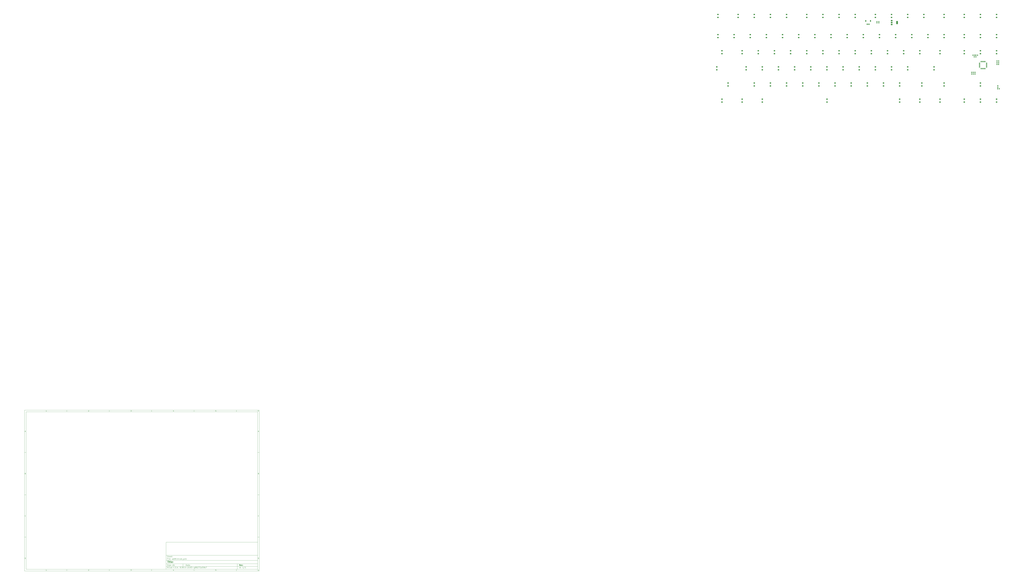
<source format=gbr>
%TF.GenerationSoftware,KiCad,Pcbnew,8.99.0-2193-g88272a59b7*%
%TF.CreationDate,2024-09-27T03:09:18+07:00*%
%TF.ProjectId,qk80,716b3830-2e6b-4696-9361-645f70636258,rev?*%
%TF.SameCoordinates,Original*%
%TF.FileFunction,Paste,Bot*%
%TF.FilePolarity,Positive*%
%FSLAX46Y46*%
G04 Gerber Fmt 4.6, Leading zero omitted, Abs format (unit mm)*
G04 Created by KiCad (PCBNEW 8.99.0-2193-g88272a59b7) date 2024-09-27 03:09:18*
%MOMM*%
%LPD*%
G01*
G04 APERTURE LIST*
G04 Aperture macros list*
%AMRoundRect*
0 Rectangle with rounded corners*
0 $1 Rounding radius*
0 $2 $3 $4 $5 $6 $7 $8 $9 X,Y pos of 4 corners*
0 Add a 4 corners polygon primitive as box body*
4,1,4,$2,$3,$4,$5,$6,$7,$8,$9,$2,$3,0*
0 Add four circle primitives for the rounded corners*
1,1,$1+$1,$2,$3*
1,1,$1+$1,$4,$5*
1,1,$1+$1,$6,$7*
1,1,$1+$1,$8,$9*
0 Add four rect primitives between the rounded corners*
20,1,$1+$1,$2,$3,$4,$5,0*
20,1,$1+$1,$4,$5,$6,$7,0*
20,1,$1+$1,$6,$7,$8,$9,0*
20,1,$1+$1,$8,$9,$2,$3,0*%
G04 Aperture macros list end*
%ADD10C,0.100000*%
%ADD11C,0.150000*%
%ADD12C,0.300000*%
%ADD13C,0.400000*%
%ADD14RoundRect,0.250000X0.600000X-0.400000X0.600000X0.400000X-0.600000X0.400000X-0.600000X-0.400000X0*%
%ADD15RoundRect,0.150000X-0.512500X-0.150000X0.512500X-0.150000X0.512500X0.150000X-0.512500X0.150000X0*%
%ADD16RoundRect,0.150000X-0.150000X-0.625000X0.150000X-0.625000X0.150000X0.625000X-0.150000X0.625000X0*%
%ADD17RoundRect,0.250000X-0.350000X-0.650000X0.350000X-0.650000X0.350000X0.650000X-0.350000X0.650000X0*%
%ADD18RoundRect,0.250000X0.250000X0.475000X-0.250000X0.475000X-0.250000X-0.475000X0.250000X-0.475000X0*%
%ADD19RoundRect,0.375000X-0.625000X-0.375000X0.625000X-0.375000X0.625000X0.375000X-0.625000X0.375000X0*%
%ADD20RoundRect,0.500000X-0.500000X-1.400000X0.500000X-1.400000X0.500000X1.400000X-0.500000X1.400000X0*%
%ADD21RoundRect,0.250000X-0.450000X0.262500X-0.450000X-0.262500X0.450000X-0.262500X0.450000X0.262500X0*%
%ADD22RoundRect,0.250000X0.475000X-0.250000X0.475000X0.250000X-0.475000X0.250000X-0.475000X-0.250000X0*%
%ADD23RoundRect,0.075000X0.662500X0.075000X-0.662500X0.075000X-0.662500X-0.075000X0.662500X-0.075000X0*%
%ADD24RoundRect,0.075000X0.075000X0.662500X-0.075000X0.662500X-0.075000X-0.662500X0.075000X-0.662500X0*%
%ADD25RoundRect,0.250000X-0.250000X-0.475000X0.250000X-0.475000X0.250000X0.475000X-0.250000X0.475000X0*%
G04 APERTURE END LIST*
D10*
D11*
X177002200Y-166007200D02*
X285002200Y-166007200D01*
X285002200Y-198007200D01*
X177002200Y-198007200D01*
X177002200Y-166007200D01*
D10*
D11*
X10000000Y-10000000D02*
X287002200Y-10000000D01*
X287002200Y-200007200D01*
X10000000Y-200007200D01*
X10000000Y-10000000D01*
D10*
D11*
X12000000Y-12000000D02*
X285002200Y-12000000D01*
X285002200Y-198007200D01*
X12000000Y-198007200D01*
X12000000Y-12000000D01*
D10*
D11*
X60000000Y-12000000D02*
X60000000Y-10000000D01*
D10*
D11*
X110000000Y-12000000D02*
X110000000Y-10000000D01*
D10*
D11*
X160000000Y-12000000D02*
X160000000Y-10000000D01*
D10*
D11*
X210000000Y-12000000D02*
X210000000Y-10000000D01*
D10*
D11*
X260000000Y-12000000D02*
X260000000Y-10000000D01*
D10*
D11*
X36089160Y-11593604D02*
X35346303Y-11593604D01*
X35717731Y-11593604D02*
X35717731Y-10293604D01*
X35717731Y-10293604D02*
X35593922Y-10479319D01*
X35593922Y-10479319D02*
X35470112Y-10603128D01*
X35470112Y-10603128D02*
X35346303Y-10665033D01*
D10*
D11*
X85346303Y-10417414D02*
X85408207Y-10355509D01*
X85408207Y-10355509D02*
X85532017Y-10293604D01*
X85532017Y-10293604D02*
X85841541Y-10293604D01*
X85841541Y-10293604D02*
X85965350Y-10355509D01*
X85965350Y-10355509D02*
X86027255Y-10417414D01*
X86027255Y-10417414D02*
X86089160Y-10541223D01*
X86089160Y-10541223D02*
X86089160Y-10665033D01*
X86089160Y-10665033D02*
X86027255Y-10850747D01*
X86027255Y-10850747D02*
X85284398Y-11593604D01*
X85284398Y-11593604D02*
X86089160Y-11593604D01*
D10*
D11*
X135284398Y-10293604D02*
X136089160Y-10293604D01*
X136089160Y-10293604D02*
X135655826Y-10788842D01*
X135655826Y-10788842D02*
X135841541Y-10788842D01*
X135841541Y-10788842D02*
X135965350Y-10850747D01*
X135965350Y-10850747D02*
X136027255Y-10912652D01*
X136027255Y-10912652D02*
X136089160Y-11036461D01*
X136089160Y-11036461D02*
X136089160Y-11345985D01*
X136089160Y-11345985D02*
X136027255Y-11469795D01*
X136027255Y-11469795D02*
X135965350Y-11531700D01*
X135965350Y-11531700D02*
X135841541Y-11593604D01*
X135841541Y-11593604D02*
X135470112Y-11593604D01*
X135470112Y-11593604D02*
X135346303Y-11531700D01*
X135346303Y-11531700D02*
X135284398Y-11469795D01*
D10*
D11*
X185965350Y-10726938D02*
X185965350Y-11593604D01*
X185655826Y-10231700D02*
X185346303Y-11160271D01*
X185346303Y-11160271D02*
X186151064Y-11160271D01*
D10*
D11*
X236027255Y-10293604D02*
X235408207Y-10293604D01*
X235408207Y-10293604D02*
X235346303Y-10912652D01*
X235346303Y-10912652D02*
X235408207Y-10850747D01*
X235408207Y-10850747D02*
X235532017Y-10788842D01*
X235532017Y-10788842D02*
X235841541Y-10788842D01*
X235841541Y-10788842D02*
X235965350Y-10850747D01*
X235965350Y-10850747D02*
X236027255Y-10912652D01*
X236027255Y-10912652D02*
X236089160Y-11036461D01*
X236089160Y-11036461D02*
X236089160Y-11345985D01*
X236089160Y-11345985D02*
X236027255Y-11469795D01*
X236027255Y-11469795D02*
X235965350Y-11531700D01*
X235965350Y-11531700D02*
X235841541Y-11593604D01*
X235841541Y-11593604D02*
X235532017Y-11593604D01*
X235532017Y-11593604D02*
X235408207Y-11531700D01*
X235408207Y-11531700D02*
X235346303Y-11469795D01*
D10*
D11*
X285965350Y-10293604D02*
X285717731Y-10293604D01*
X285717731Y-10293604D02*
X285593922Y-10355509D01*
X285593922Y-10355509D02*
X285532017Y-10417414D01*
X285532017Y-10417414D02*
X285408207Y-10603128D01*
X285408207Y-10603128D02*
X285346303Y-10850747D01*
X285346303Y-10850747D02*
X285346303Y-11345985D01*
X285346303Y-11345985D02*
X285408207Y-11469795D01*
X285408207Y-11469795D02*
X285470112Y-11531700D01*
X285470112Y-11531700D02*
X285593922Y-11593604D01*
X285593922Y-11593604D02*
X285841541Y-11593604D01*
X285841541Y-11593604D02*
X285965350Y-11531700D01*
X285965350Y-11531700D02*
X286027255Y-11469795D01*
X286027255Y-11469795D02*
X286089160Y-11345985D01*
X286089160Y-11345985D02*
X286089160Y-11036461D01*
X286089160Y-11036461D02*
X286027255Y-10912652D01*
X286027255Y-10912652D02*
X285965350Y-10850747D01*
X285965350Y-10850747D02*
X285841541Y-10788842D01*
X285841541Y-10788842D02*
X285593922Y-10788842D01*
X285593922Y-10788842D02*
X285470112Y-10850747D01*
X285470112Y-10850747D02*
X285408207Y-10912652D01*
X285408207Y-10912652D02*
X285346303Y-11036461D01*
D10*
D11*
X60000000Y-198007200D02*
X60000000Y-200007200D01*
D10*
D11*
X110000000Y-198007200D02*
X110000000Y-200007200D01*
D10*
D11*
X160000000Y-198007200D02*
X160000000Y-200007200D01*
D10*
D11*
X210000000Y-198007200D02*
X210000000Y-200007200D01*
D10*
D11*
X260000000Y-198007200D02*
X260000000Y-200007200D01*
D10*
D11*
X36089160Y-199600804D02*
X35346303Y-199600804D01*
X35717731Y-199600804D02*
X35717731Y-198300804D01*
X35717731Y-198300804D02*
X35593922Y-198486519D01*
X35593922Y-198486519D02*
X35470112Y-198610328D01*
X35470112Y-198610328D02*
X35346303Y-198672233D01*
D10*
D11*
X85346303Y-198424614D02*
X85408207Y-198362709D01*
X85408207Y-198362709D02*
X85532017Y-198300804D01*
X85532017Y-198300804D02*
X85841541Y-198300804D01*
X85841541Y-198300804D02*
X85965350Y-198362709D01*
X85965350Y-198362709D02*
X86027255Y-198424614D01*
X86027255Y-198424614D02*
X86089160Y-198548423D01*
X86089160Y-198548423D02*
X86089160Y-198672233D01*
X86089160Y-198672233D02*
X86027255Y-198857947D01*
X86027255Y-198857947D02*
X85284398Y-199600804D01*
X85284398Y-199600804D02*
X86089160Y-199600804D01*
D10*
D11*
X135284398Y-198300804D02*
X136089160Y-198300804D01*
X136089160Y-198300804D02*
X135655826Y-198796042D01*
X135655826Y-198796042D02*
X135841541Y-198796042D01*
X135841541Y-198796042D02*
X135965350Y-198857947D01*
X135965350Y-198857947D02*
X136027255Y-198919852D01*
X136027255Y-198919852D02*
X136089160Y-199043661D01*
X136089160Y-199043661D02*
X136089160Y-199353185D01*
X136089160Y-199353185D02*
X136027255Y-199476995D01*
X136027255Y-199476995D02*
X135965350Y-199538900D01*
X135965350Y-199538900D02*
X135841541Y-199600804D01*
X135841541Y-199600804D02*
X135470112Y-199600804D01*
X135470112Y-199600804D02*
X135346303Y-199538900D01*
X135346303Y-199538900D02*
X135284398Y-199476995D01*
D10*
D11*
X185965350Y-198734138D02*
X185965350Y-199600804D01*
X185655826Y-198238900D02*
X185346303Y-199167471D01*
X185346303Y-199167471D02*
X186151064Y-199167471D01*
D10*
D11*
X236027255Y-198300804D02*
X235408207Y-198300804D01*
X235408207Y-198300804D02*
X235346303Y-198919852D01*
X235346303Y-198919852D02*
X235408207Y-198857947D01*
X235408207Y-198857947D02*
X235532017Y-198796042D01*
X235532017Y-198796042D02*
X235841541Y-198796042D01*
X235841541Y-198796042D02*
X235965350Y-198857947D01*
X235965350Y-198857947D02*
X236027255Y-198919852D01*
X236027255Y-198919852D02*
X236089160Y-199043661D01*
X236089160Y-199043661D02*
X236089160Y-199353185D01*
X236089160Y-199353185D02*
X236027255Y-199476995D01*
X236027255Y-199476995D02*
X235965350Y-199538900D01*
X235965350Y-199538900D02*
X235841541Y-199600804D01*
X235841541Y-199600804D02*
X235532017Y-199600804D01*
X235532017Y-199600804D02*
X235408207Y-199538900D01*
X235408207Y-199538900D02*
X235346303Y-199476995D01*
D10*
D11*
X285965350Y-198300804D02*
X285717731Y-198300804D01*
X285717731Y-198300804D02*
X285593922Y-198362709D01*
X285593922Y-198362709D02*
X285532017Y-198424614D01*
X285532017Y-198424614D02*
X285408207Y-198610328D01*
X285408207Y-198610328D02*
X285346303Y-198857947D01*
X285346303Y-198857947D02*
X285346303Y-199353185D01*
X285346303Y-199353185D02*
X285408207Y-199476995D01*
X285408207Y-199476995D02*
X285470112Y-199538900D01*
X285470112Y-199538900D02*
X285593922Y-199600804D01*
X285593922Y-199600804D02*
X285841541Y-199600804D01*
X285841541Y-199600804D02*
X285965350Y-199538900D01*
X285965350Y-199538900D02*
X286027255Y-199476995D01*
X286027255Y-199476995D02*
X286089160Y-199353185D01*
X286089160Y-199353185D02*
X286089160Y-199043661D01*
X286089160Y-199043661D02*
X286027255Y-198919852D01*
X286027255Y-198919852D02*
X285965350Y-198857947D01*
X285965350Y-198857947D02*
X285841541Y-198796042D01*
X285841541Y-198796042D02*
X285593922Y-198796042D01*
X285593922Y-198796042D02*
X285470112Y-198857947D01*
X285470112Y-198857947D02*
X285408207Y-198919852D01*
X285408207Y-198919852D02*
X285346303Y-199043661D01*
D10*
D11*
X10000000Y-60000000D02*
X12000000Y-60000000D01*
D10*
D11*
X10000000Y-110000000D02*
X12000000Y-110000000D01*
D10*
D11*
X10000000Y-160000000D02*
X12000000Y-160000000D01*
D10*
D11*
X10690476Y-35222176D02*
X11309523Y-35222176D01*
X10566666Y-35593604D02*
X10999999Y-34293604D01*
X10999999Y-34293604D02*
X11433333Y-35593604D01*
D10*
D11*
X11092857Y-84912652D02*
X11278571Y-84974557D01*
X11278571Y-84974557D02*
X11340476Y-85036461D01*
X11340476Y-85036461D02*
X11402380Y-85160271D01*
X11402380Y-85160271D02*
X11402380Y-85345985D01*
X11402380Y-85345985D02*
X11340476Y-85469795D01*
X11340476Y-85469795D02*
X11278571Y-85531700D01*
X11278571Y-85531700D02*
X11154761Y-85593604D01*
X11154761Y-85593604D02*
X10659523Y-85593604D01*
X10659523Y-85593604D02*
X10659523Y-84293604D01*
X10659523Y-84293604D02*
X11092857Y-84293604D01*
X11092857Y-84293604D02*
X11216666Y-84355509D01*
X11216666Y-84355509D02*
X11278571Y-84417414D01*
X11278571Y-84417414D02*
X11340476Y-84541223D01*
X11340476Y-84541223D02*
X11340476Y-84665033D01*
X11340476Y-84665033D02*
X11278571Y-84788842D01*
X11278571Y-84788842D02*
X11216666Y-84850747D01*
X11216666Y-84850747D02*
X11092857Y-84912652D01*
X11092857Y-84912652D02*
X10659523Y-84912652D01*
D10*
D11*
X11402380Y-135469795D02*
X11340476Y-135531700D01*
X11340476Y-135531700D02*
X11154761Y-135593604D01*
X11154761Y-135593604D02*
X11030952Y-135593604D01*
X11030952Y-135593604D02*
X10845238Y-135531700D01*
X10845238Y-135531700D02*
X10721428Y-135407890D01*
X10721428Y-135407890D02*
X10659523Y-135284080D01*
X10659523Y-135284080D02*
X10597619Y-135036461D01*
X10597619Y-135036461D02*
X10597619Y-134850747D01*
X10597619Y-134850747D02*
X10659523Y-134603128D01*
X10659523Y-134603128D02*
X10721428Y-134479319D01*
X10721428Y-134479319D02*
X10845238Y-134355509D01*
X10845238Y-134355509D02*
X11030952Y-134293604D01*
X11030952Y-134293604D02*
X11154761Y-134293604D01*
X11154761Y-134293604D02*
X11340476Y-134355509D01*
X11340476Y-134355509D02*
X11402380Y-134417414D01*
D10*
D11*
X10659523Y-185593604D02*
X10659523Y-184293604D01*
X10659523Y-184293604D02*
X10969047Y-184293604D01*
X10969047Y-184293604D02*
X11154761Y-184355509D01*
X11154761Y-184355509D02*
X11278571Y-184479319D01*
X11278571Y-184479319D02*
X11340476Y-184603128D01*
X11340476Y-184603128D02*
X11402380Y-184850747D01*
X11402380Y-184850747D02*
X11402380Y-185036461D01*
X11402380Y-185036461D02*
X11340476Y-185284080D01*
X11340476Y-185284080D02*
X11278571Y-185407890D01*
X11278571Y-185407890D02*
X11154761Y-185531700D01*
X11154761Y-185531700D02*
X10969047Y-185593604D01*
X10969047Y-185593604D02*
X10659523Y-185593604D01*
D10*
D11*
X287002200Y-60000000D02*
X285002200Y-60000000D01*
D10*
D11*
X287002200Y-110000000D02*
X285002200Y-110000000D01*
D10*
D11*
X287002200Y-160000000D02*
X285002200Y-160000000D01*
D10*
D11*
X285692676Y-35222176D02*
X286311723Y-35222176D01*
X285568866Y-35593604D02*
X286002199Y-34293604D01*
X286002199Y-34293604D02*
X286435533Y-35593604D01*
D10*
D11*
X286095057Y-84912652D02*
X286280771Y-84974557D01*
X286280771Y-84974557D02*
X286342676Y-85036461D01*
X286342676Y-85036461D02*
X286404580Y-85160271D01*
X286404580Y-85160271D02*
X286404580Y-85345985D01*
X286404580Y-85345985D02*
X286342676Y-85469795D01*
X286342676Y-85469795D02*
X286280771Y-85531700D01*
X286280771Y-85531700D02*
X286156961Y-85593604D01*
X286156961Y-85593604D02*
X285661723Y-85593604D01*
X285661723Y-85593604D02*
X285661723Y-84293604D01*
X285661723Y-84293604D02*
X286095057Y-84293604D01*
X286095057Y-84293604D02*
X286218866Y-84355509D01*
X286218866Y-84355509D02*
X286280771Y-84417414D01*
X286280771Y-84417414D02*
X286342676Y-84541223D01*
X286342676Y-84541223D02*
X286342676Y-84665033D01*
X286342676Y-84665033D02*
X286280771Y-84788842D01*
X286280771Y-84788842D02*
X286218866Y-84850747D01*
X286218866Y-84850747D02*
X286095057Y-84912652D01*
X286095057Y-84912652D02*
X285661723Y-84912652D01*
D10*
D11*
X286404580Y-135469795D02*
X286342676Y-135531700D01*
X286342676Y-135531700D02*
X286156961Y-135593604D01*
X286156961Y-135593604D02*
X286033152Y-135593604D01*
X286033152Y-135593604D02*
X285847438Y-135531700D01*
X285847438Y-135531700D02*
X285723628Y-135407890D01*
X285723628Y-135407890D02*
X285661723Y-135284080D01*
X285661723Y-135284080D02*
X285599819Y-135036461D01*
X285599819Y-135036461D02*
X285599819Y-134850747D01*
X285599819Y-134850747D02*
X285661723Y-134603128D01*
X285661723Y-134603128D02*
X285723628Y-134479319D01*
X285723628Y-134479319D02*
X285847438Y-134355509D01*
X285847438Y-134355509D02*
X286033152Y-134293604D01*
X286033152Y-134293604D02*
X286156961Y-134293604D01*
X286156961Y-134293604D02*
X286342676Y-134355509D01*
X286342676Y-134355509D02*
X286404580Y-134417414D01*
D10*
D11*
X285661723Y-185593604D02*
X285661723Y-184293604D01*
X285661723Y-184293604D02*
X285971247Y-184293604D01*
X285971247Y-184293604D02*
X286156961Y-184355509D01*
X286156961Y-184355509D02*
X286280771Y-184479319D01*
X286280771Y-184479319D02*
X286342676Y-184603128D01*
X286342676Y-184603128D02*
X286404580Y-184850747D01*
X286404580Y-184850747D02*
X286404580Y-185036461D01*
X286404580Y-185036461D02*
X286342676Y-185284080D01*
X286342676Y-185284080D02*
X286280771Y-185407890D01*
X286280771Y-185407890D02*
X286156961Y-185531700D01*
X286156961Y-185531700D02*
X285971247Y-185593604D01*
X285971247Y-185593604D02*
X285661723Y-185593604D01*
D10*
D11*
X200458026Y-193793328D02*
X200458026Y-192293328D01*
X200458026Y-192293328D02*
X200815169Y-192293328D01*
X200815169Y-192293328D02*
X201029455Y-192364757D01*
X201029455Y-192364757D02*
X201172312Y-192507614D01*
X201172312Y-192507614D02*
X201243741Y-192650471D01*
X201243741Y-192650471D02*
X201315169Y-192936185D01*
X201315169Y-192936185D02*
X201315169Y-193150471D01*
X201315169Y-193150471D02*
X201243741Y-193436185D01*
X201243741Y-193436185D02*
X201172312Y-193579042D01*
X201172312Y-193579042D02*
X201029455Y-193721900D01*
X201029455Y-193721900D02*
X200815169Y-193793328D01*
X200815169Y-193793328D02*
X200458026Y-193793328D01*
X202600884Y-193793328D02*
X202600884Y-193007614D01*
X202600884Y-193007614D02*
X202529455Y-192864757D01*
X202529455Y-192864757D02*
X202386598Y-192793328D01*
X202386598Y-192793328D02*
X202100884Y-192793328D01*
X202100884Y-192793328D02*
X201958026Y-192864757D01*
X202600884Y-193721900D02*
X202458026Y-193793328D01*
X202458026Y-193793328D02*
X202100884Y-193793328D01*
X202100884Y-193793328D02*
X201958026Y-193721900D01*
X201958026Y-193721900D02*
X201886598Y-193579042D01*
X201886598Y-193579042D02*
X201886598Y-193436185D01*
X201886598Y-193436185D02*
X201958026Y-193293328D01*
X201958026Y-193293328D02*
X202100884Y-193221900D01*
X202100884Y-193221900D02*
X202458026Y-193221900D01*
X202458026Y-193221900D02*
X202600884Y-193150471D01*
X203100884Y-192793328D02*
X203672312Y-192793328D01*
X203315169Y-192293328D02*
X203315169Y-193579042D01*
X203315169Y-193579042D02*
X203386598Y-193721900D01*
X203386598Y-193721900D02*
X203529455Y-193793328D01*
X203529455Y-193793328D02*
X203672312Y-193793328D01*
X204743741Y-193721900D02*
X204600884Y-193793328D01*
X204600884Y-193793328D02*
X204315170Y-193793328D01*
X204315170Y-193793328D02*
X204172312Y-193721900D01*
X204172312Y-193721900D02*
X204100884Y-193579042D01*
X204100884Y-193579042D02*
X204100884Y-193007614D01*
X204100884Y-193007614D02*
X204172312Y-192864757D01*
X204172312Y-192864757D02*
X204315170Y-192793328D01*
X204315170Y-192793328D02*
X204600884Y-192793328D01*
X204600884Y-192793328D02*
X204743741Y-192864757D01*
X204743741Y-192864757D02*
X204815170Y-193007614D01*
X204815170Y-193007614D02*
X204815170Y-193150471D01*
X204815170Y-193150471D02*
X204100884Y-193293328D01*
X205458026Y-193650471D02*
X205529455Y-193721900D01*
X205529455Y-193721900D02*
X205458026Y-193793328D01*
X205458026Y-193793328D02*
X205386598Y-193721900D01*
X205386598Y-193721900D02*
X205458026Y-193650471D01*
X205458026Y-193650471D02*
X205458026Y-193793328D01*
X205458026Y-192864757D02*
X205529455Y-192936185D01*
X205529455Y-192936185D02*
X205458026Y-193007614D01*
X205458026Y-193007614D02*
X205386598Y-192936185D01*
X205386598Y-192936185D02*
X205458026Y-192864757D01*
X205458026Y-192864757D02*
X205458026Y-193007614D01*
D10*
D11*
X177002200Y-194507200D02*
X285002200Y-194507200D01*
D10*
D11*
X178458026Y-196593328D02*
X178458026Y-195093328D01*
X179315169Y-196593328D02*
X178672312Y-195736185D01*
X179315169Y-195093328D02*
X178458026Y-195950471D01*
X179958026Y-196593328D02*
X179958026Y-195593328D01*
X179958026Y-195093328D02*
X179886598Y-195164757D01*
X179886598Y-195164757D02*
X179958026Y-195236185D01*
X179958026Y-195236185D02*
X180029455Y-195164757D01*
X180029455Y-195164757D02*
X179958026Y-195093328D01*
X179958026Y-195093328D02*
X179958026Y-195236185D01*
X181529455Y-196450471D02*
X181458027Y-196521900D01*
X181458027Y-196521900D02*
X181243741Y-196593328D01*
X181243741Y-196593328D02*
X181100884Y-196593328D01*
X181100884Y-196593328D02*
X180886598Y-196521900D01*
X180886598Y-196521900D02*
X180743741Y-196379042D01*
X180743741Y-196379042D02*
X180672312Y-196236185D01*
X180672312Y-196236185D02*
X180600884Y-195950471D01*
X180600884Y-195950471D02*
X180600884Y-195736185D01*
X180600884Y-195736185D02*
X180672312Y-195450471D01*
X180672312Y-195450471D02*
X180743741Y-195307614D01*
X180743741Y-195307614D02*
X180886598Y-195164757D01*
X180886598Y-195164757D02*
X181100884Y-195093328D01*
X181100884Y-195093328D02*
X181243741Y-195093328D01*
X181243741Y-195093328D02*
X181458027Y-195164757D01*
X181458027Y-195164757D02*
X181529455Y-195236185D01*
X182815170Y-196593328D02*
X182815170Y-195807614D01*
X182815170Y-195807614D02*
X182743741Y-195664757D01*
X182743741Y-195664757D02*
X182600884Y-195593328D01*
X182600884Y-195593328D02*
X182315170Y-195593328D01*
X182315170Y-195593328D02*
X182172312Y-195664757D01*
X182815170Y-196521900D02*
X182672312Y-196593328D01*
X182672312Y-196593328D02*
X182315170Y-196593328D01*
X182315170Y-196593328D02*
X182172312Y-196521900D01*
X182172312Y-196521900D02*
X182100884Y-196379042D01*
X182100884Y-196379042D02*
X182100884Y-196236185D01*
X182100884Y-196236185D02*
X182172312Y-196093328D01*
X182172312Y-196093328D02*
X182315170Y-196021900D01*
X182315170Y-196021900D02*
X182672312Y-196021900D01*
X182672312Y-196021900D02*
X182815170Y-195950471D01*
X184172313Y-196593328D02*
X184172313Y-195093328D01*
X184172313Y-196521900D02*
X184029455Y-196593328D01*
X184029455Y-196593328D02*
X183743741Y-196593328D01*
X183743741Y-196593328D02*
X183600884Y-196521900D01*
X183600884Y-196521900D02*
X183529455Y-196450471D01*
X183529455Y-196450471D02*
X183458027Y-196307614D01*
X183458027Y-196307614D02*
X183458027Y-195879042D01*
X183458027Y-195879042D02*
X183529455Y-195736185D01*
X183529455Y-195736185D02*
X183600884Y-195664757D01*
X183600884Y-195664757D02*
X183743741Y-195593328D01*
X183743741Y-195593328D02*
X184029455Y-195593328D01*
X184029455Y-195593328D02*
X184172313Y-195664757D01*
X186029455Y-195807614D02*
X186529455Y-195807614D01*
X186743741Y-196593328D02*
X186029455Y-196593328D01*
X186029455Y-196593328D02*
X186029455Y-195093328D01*
X186029455Y-195093328D02*
X186743741Y-195093328D01*
X187386598Y-196450471D02*
X187458027Y-196521900D01*
X187458027Y-196521900D02*
X187386598Y-196593328D01*
X187386598Y-196593328D02*
X187315170Y-196521900D01*
X187315170Y-196521900D02*
X187386598Y-196450471D01*
X187386598Y-196450471D02*
X187386598Y-196593328D01*
X188100884Y-196593328D02*
X188100884Y-195093328D01*
X188100884Y-195093328D02*
X188458027Y-195093328D01*
X188458027Y-195093328D02*
X188672313Y-195164757D01*
X188672313Y-195164757D02*
X188815170Y-195307614D01*
X188815170Y-195307614D02*
X188886599Y-195450471D01*
X188886599Y-195450471D02*
X188958027Y-195736185D01*
X188958027Y-195736185D02*
X188958027Y-195950471D01*
X188958027Y-195950471D02*
X188886599Y-196236185D01*
X188886599Y-196236185D02*
X188815170Y-196379042D01*
X188815170Y-196379042D02*
X188672313Y-196521900D01*
X188672313Y-196521900D02*
X188458027Y-196593328D01*
X188458027Y-196593328D02*
X188100884Y-196593328D01*
X189600884Y-196450471D02*
X189672313Y-196521900D01*
X189672313Y-196521900D02*
X189600884Y-196593328D01*
X189600884Y-196593328D02*
X189529456Y-196521900D01*
X189529456Y-196521900D02*
X189600884Y-196450471D01*
X189600884Y-196450471D02*
X189600884Y-196593328D01*
X190243742Y-196164757D02*
X190958028Y-196164757D01*
X190100885Y-196593328D02*
X190600885Y-195093328D01*
X190600885Y-195093328D02*
X191100885Y-196593328D01*
X191600884Y-196450471D02*
X191672313Y-196521900D01*
X191672313Y-196521900D02*
X191600884Y-196593328D01*
X191600884Y-196593328D02*
X191529456Y-196521900D01*
X191529456Y-196521900D02*
X191600884Y-196450471D01*
X191600884Y-196450471D02*
X191600884Y-196593328D01*
X193672313Y-195736185D02*
X193529456Y-195664757D01*
X193529456Y-195664757D02*
X193458027Y-195593328D01*
X193458027Y-195593328D02*
X193386599Y-195450471D01*
X193386599Y-195450471D02*
X193386599Y-195379042D01*
X193386599Y-195379042D02*
X193458027Y-195236185D01*
X193458027Y-195236185D02*
X193529456Y-195164757D01*
X193529456Y-195164757D02*
X193672313Y-195093328D01*
X193672313Y-195093328D02*
X193958027Y-195093328D01*
X193958027Y-195093328D02*
X194100885Y-195164757D01*
X194100885Y-195164757D02*
X194172313Y-195236185D01*
X194172313Y-195236185D02*
X194243742Y-195379042D01*
X194243742Y-195379042D02*
X194243742Y-195450471D01*
X194243742Y-195450471D02*
X194172313Y-195593328D01*
X194172313Y-195593328D02*
X194100885Y-195664757D01*
X194100885Y-195664757D02*
X193958027Y-195736185D01*
X193958027Y-195736185D02*
X193672313Y-195736185D01*
X193672313Y-195736185D02*
X193529456Y-195807614D01*
X193529456Y-195807614D02*
X193458027Y-195879042D01*
X193458027Y-195879042D02*
X193386599Y-196021900D01*
X193386599Y-196021900D02*
X193386599Y-196307614D01*
X193386599Y-196307614D02*
X193458027Y-196450471D01*
X193458027Y-196450471D02*
X193529456Y-196521900D01*
X193529456Y-196521900D02*
X193672313Y-196593328D01*
X193672313Y-196593328D02*
X193958027Y-196593328D01*
X193958027Y-196593328D02*
X194100885Y-196521900D01*
X194100885Y-196521900D02*
X194172313Y-196450471D01*
X194172313Y-196450471D02*
X194243742Y-196307614D01*
X194243742Y-196307614D02*
X194243742Y-196021900D01*
X194243742Y-196021900D02*
X194172313Y-195879042D01*
X194172313Y-195879042D02*
X194100885Y-195807614D01*
X194100885Y-195807614D02*
X193958027Y-195736185D01*
X194886598Y-196450471D02*
X194958027Y-196521900D01*
X194958027Y-196521900D02*
X194886598Y-196593328D01*
X194886598Y-196593328D02*
X194815170Y-196521900D01*
X194815170Y-196521900D02*
X194886598Y-196450471D01*
X194886598Y-196450471D02*
X194886598Y-196593328D01*
X195672313Y-196593328D02*
X195958027Y-196593328D01*
X195958027Y-196593328D02*
X196100884Y-196521900D01*
X196100884Y-196521900D02*
X196172313Y-196450471D01*
X196172313Y-196450471D02*
X196315170Y-196236185D01*
X196315170Y-196236185D02*
X196386599Y-195950471D01*
X196386599Y-195950471D02*
X196386599Y-195379042D01*
X196386599Y-195379042D02*
X196315170Y-195236185D01*
X196315170Y-195236185D02*
X196243742Y-195164757D01*
X196243742Y-195164757D02*
X196100884Y-195093328D01*
X196100884Y-195093328D02*
X195815170Y-195093328D01*
X195815170Y-195093328D02*
X195672313Y-195164757D01*
X195672313Y-195164757D02*
X195600884Y-195236185D01*
X195600884Y-195236185D02*
X195529456Y-195379042D01*
X195529456Y-195379042D02*
X195529456Y-195736185D01*
X195529456Y-195736185D02*
X195600884Y-195879042D01*
X195600884Y-195879042D02*
X195672313Y-195950471D01*
X195672313Y-195950471D02*
X195815170Y-196021900D01*
X195815170Y-196021900D02*
X196100884Y-196021900D01*
X196100884Y-196021900D02*
X196243742Y-195950471D01*
X196243742Y-195950471D02*
X196315170Y-195879042D01*
X196315170Y-195879042D02*
X196386599Y-195736185D01*
X197100884Y-196593328D02*
X197386598Y-196593328D01*
X197386598Y-196593328D02*
X197529455Y-196521900D01*
X197529455Y-196521900D02*
X197600884Y-196450471D01*
X197600884Y-196450471D02*
X197743741Y-196236185D01*
X197743741Y-196236185D02*
X197815170Y-195950471D01*
X197815170Y-195950471D02*
X197815170Y-195379042D01*
X197815170Y-195379042D02*
X197743741Y-195236185D01*
X197743741Y-195236185D02*
X197672313Y-195164757D01*
X197672313Y-195164757D02*
X197529455Y-195093328D01*
X197529455Y-195093328D02*
X197243741Y-195093328D01*
X197243741Y-195093328D02*
X197100884Y-195164757D01*
X197100884Y-195164757D02*
X197029455Y-195236185D01*
X197029455Y-195236185D02*
X196958027Y-195379042D01*
X196958027Y-195379042D02*
X196958027Y-195736185D01*
X196958027Y-195736185D02*
X197029455Y-195879042D01*
X197029455Y-195879042D02*
X197100884Y-195950471D01*
X197100884Y-195950471D02*
X197243741Y-196021900D01*
X197243741Y-196021900D02*
X197529455Y-196021900D01*
X197529455Y-196021900D02*
X197672313Y-195950471D01*
X197672313Y-195950471D02*
X197743741Y-195879042D01*
X197743741Y-195879042D02*
X197815170Y-195736185D01*
X198458026Y-196450471D02*
X198529455Y-196521900D01*
X198529455Y-196521900D02*
X198458026Y-196593328D01*
X198458026Y-196593328D02*
X198386598Y-196521900D01*
X198386598Y-196521900D02*
X198458026Y-196450471D01*
X198458026Y-196450471D02*
X198458026Y-196593328D01*
X199458027Y-195093328D02*
X199600884Y-195093328D01*
X199600884Y-195093328D02*
X199743741Y-195164757D01*
X199743741Y-195164757D02*
X199815170Y-195236185D01*
X199815170Y-195236185D02*
X199886598Y-195379042D01*
X199886598Y-195379042D02*
X199958027Y-195664757D01*
X199958027Y-195664757D02*
X199958027Y-196021900D01*
X199958027Y-196021900D02*
X199886598Y-196307614D01*
X199886598Y-196307614D02*
X199815170Y-196450471D01*
X199815170Y-196450471D02*
X199743741Y-196521900D01*
X199743741Y-196521900D02*
X199600884Y-196593328D01*
X199600884Y-196593328D02*
X199458027Y-196593328D01*
X199458027Y-196593328D02*
X199315170Y-196521900D01*
X199315170Y-196521900D02*
X199243741Y-196450471D01*
X199243741Y-196450471D02*
X199172312Y-196307614D01*
X199172312Y-196307614D02*
X199100884Y-196021900D01*
X199100884Y-196021900D02*
X199100884Y-195664757D01*
X199100884Y-195664757D02*
X199172312Y-195379042D01*
X199172312Y-195379042D02*
X199243741Y-195236185D01*
X199243741Y-195236185D02*
X199315170Y-195164757D01*
X199315170Y-195164757D02*
X199458027Y-195093328D01*
X200600883Y-196021900D02*
X201743741Y-196021900D01*
X202386598Y-195236185D02*
X202458026Y-195164757D01*
X202458026Y-195164757D02*
X202600884Y-195093328D01*
X202600884Y-195093328D02*
X202958026Y-195093328D01*
X202958026Y-195093328D02*
X203100884Y-195164757D01*
X203100884Y-195164757D02*
X203172312Y-195236185D01*
X203172312Y-195236185D02*
X203243741Y-195379042D01*
X203243741Y-195379042D02*
X203243741Y-195521900D01*
X203243741Y-195521900D02*
X203172312Y-195736185D01*
X203172312Y-195736185D02*
X202315169Y-196593328D01*
X202315169Y-196593328D02*
X203243741Y-196593328D01*
X204672312Y-196593328D02*
X203815169Y-196593328D01*
X204243740Y-196593328D02*
X204243740Y-195093328D01*
X204243740Y-195093328D02*
X204100883Y-195307614D01*
X204100883Y-195307614D02*
X203958026Y-195450471D01*
X203958026Y-195450471D02*
X203815169Y-195521900D01*
X205386597Y-196593328D02*
X205672311Y-196593328D01*
X205672311Y-196593328D02*
X205815168Y-196521900D01*
X205815168Y-196521900D02*
X205886597Y-196450471D01*
X205886597Y-196450471D02*
X206029454Y-196236185D01*
X206029454Y-196236185D02*
X206100883Y-195950471D01*
X206100883Y-195950471D02*
X206100883Y-195379042D01*
X206100883Y-195379042D02*
X206029454Y-195236185D01*
X206029454Y-195236185D02*
X205958026Y-195164757D01*
X205958026Y-195164757D02*
X205815168Y-195093328D01*
X205815168Y-195093328D02*
X205529454Y-195093328D01*
X205529454Y-195093328D02*
X205386597Y-195164757D01*
X205386597Y-195164757D02*
X205315168Y-195236185D01*
X205315168Y-195236185D02*
X205243740Y-195379042D01*
X205243740Y-195379042D02*
X205243740Y-195736185D01*
X205243740Y-195736185D02*
X205315168Y-195879042D01*
X205315168Y-195879042D02*
X205386597Y-195950471D01*
X205386597Y-195950471D02*
X205529454Y-196021900D01*
X205529454Y-196021900D02*
X205815168Y-196021900D01*
X205815168Y-196021900D02*
X205958026Y-195950471D01*
X205958026Y-195950471D02*
X206029454Y-195879042D01*
X206029454Y-195879042D02*
X206100883Y-195736185D01*
X206600882Y-195093328D02*
X207529454Y-195093328D01*
X207529454Y-195093328D02*
X207029454Y-195664757D01*
X207029454Y-195664757D02*
X207243739Y-195664757D01*
X207243739Y-195664757D02*
X207386597Y-195736185D01*
X207386597Y-195736185D02*
X207458025Y-195807614D01*
X207458025Y-195807614D02*
X207529454Y-195950471D01*
X207529454Y-195950471D02*
X207529454Y-196307614D01*
X207529454Y-196307614D02*
X207458025Y-196450471D01*
X207458025Y-196450471D02*
X207386597Y-196521900D01*
X207386597Y-196521900D02*
X207243739Y-196593328D01*
X207243739Y-196593328D02*
X206815168Y-196593328D01*
X206815168Y-196593328D02*
X206672311Y-196521900D01*
X206672311Y-196521900D02*
X206600882Y-196450471D01*
X208172310Y-196021900D02*
X209315168Y-196021900D01*
X210672311Y-195593328D02*
X210672311Y-196807614D01*
X210672311Y-196807614D02*
X210600882Y-196950471D01*
X210600882Y-196950471D02*
X210529453Y-197021900D01*
X210529453Y-197021900D02*
X210386596Y-197093328D01*
X210386596Y-197093328D02*
X210172311Y-197093328D01*
X210172311Y-197093328D02*
X210029453Y-197021900D01*
X210672311Y-196521900D02*
X210529453Y-196593328D01*
X210529453Y-196593328D02*
X210243739Y-196593328D01*
X210243739Y-196593328D02*
X210100882Y-196521900D01*
X210100882Y-196521900D02*
X210029453Y-196450471D01*
X210029453Y-196450471D02*
X209958025Y-196307614D01*
X209958025Y-196307614D02*
X209958025Y-195879042D01*
X209958025Y-195879042D02*
X210029453Y-195736185D01*
X210029453Y-195736185D02*
X210100882Y-195664757D01*
X210100882Y-195664757D02*
X210243739Y-195593328D01*
X210243739Y-195593328D02*
X210529453Y-195593328D01*
X210529453Y-195593328D02*
X210672311Y-195664757D01*
X211600882Y-195736185D02*
X211458025Y-195664757D01*
X211458025Y-195664757D02*
X211386596Y-195593328D01*
X211386596Y-195593328D02*
X211315168Y-195450471D01*
X211315168Y-195450471D02*
X211315168Y-195379042D01*
X211315168Y-195379042D02*
X211386596Y-195236185D01*
X211386596Y-195236185D02*
X211458025Y-195164757D01*
X211458025Y-195164757D02*
X211600882Y-195093328D01*
X211600882Y-195093328D02*
X211886596Y-195093328D01*
X211886596Y-195093328D02*
X212029454Y-195164757D01*
X212029454Y-195164757D02*
X212100882Y-195236185D01*
X212100882Y-195236185D02*
X212172311Y-195379042D01*
X212172311Y-195379042D02*
X212172311Y-195450471D01*
X212172311Y-195450471D02*
X212100882Y-195593328D01*
X212100882Y-195593328D02*
X212029454Y-195664757D01*
X212029454Y-195664757D02*
X211886596Y-195736185D01*
X211886596Y-195736185D02*
X211600882Y-195736185D01*
X211600882Y-195736185D02*
X211458025Y-195807614D01*
X211458025Y-195807614D02*
X211386596Y-195879042D01*
X211386596Y-195879042D02*
X211315168Y-196021900D01*
X211315168Y-196021900D02*
X211315168Y-196307614D01*
X211315168Y-196307614D02*
X211386596Y-196450471D01*
X211386596Y-196450471D02*
X211458025Y-196521900D01*
X211458025Y-196521900D02*
X211600882Y-196593328D01*
X211600882Y-196593328D02*
X211886596Y-196593328D01*
X211886596Y-196593328D02*
X212029454Y-196521900D01*
X212029454Y-196521900D02*
X212100882Y-196450471D01*
X212100882Y-196450471D02*
X212172311Y-196307614D01*
X212172311Y-196307614D02*
X212172311Y-196021900D01*
X212172311Y-196021900D02*
X212100882Y-195879042D01*
X212100882Y-195879042D02*
X212029454Y-195807614D01*
X212029454Y-195807614D02*
X211886596Y-195736185D01*
X213029453Y-195736185D02*
X212886596Y-195664757D01*
X212886596Y-195664757D02*
X212815167Y-195593328D01*
X212815167Y-195593328D02*
X212743739Y-195450471D01*
X212743739Y-195450471D02*
X212743739Y-195379042D01*
X212743739Y-195379042D02*
X212815167Y-195236185D01*
X212815167Y-195236185D02*
X212886596Y-195164757D01*
X212886596Y-195164757D02*
X213029453Y-195093328D01*
X213029453Y-195093328D02*
X213315167Y-195093328D01*
X213315167Y-195093328D02*
X213458025Y-195164757D01*
X213458025Y-195164757D02*
X213529453Y-195236185D01*
X213529453Y-195236185D02*
X213600882Y-195379042D01*
X213600882Y-195379042D02*
X213600882Y-195450471D01*
X213600882Y-195450471D02*
X213529453Y-195593328D01*
X213529453Y-195593328D02*
X213458025Y-195664757D01*
X213458025Y-195664757D02*
X213315167Y-195736185D01*
X213315167Y-195736185D02*
X213029453Y-195736185D01*
X213029453Y-195736185D02*
X212886596Y-195807614D01*
X212886596Y-195807614D02*
X212815167Y-195879042D01*
X212815167Y-195879042D02*
X212743739Y-196021900D01*
X212743739Y-196021900D02*
X212743739Y-196307614D01*
X212743739Y-196307614D02*
X212815167Y-196450471D01*
X212815167Y-196450471D02*
X212886596Y-196521900D01*
X212886596Y-196521900D02*
X213029453Y-196593328D01*
X213029453Y-196593328D02*
X213315167Y-196593328D01*
X213315167Y-196593328D02*
X213458025Y-196521900D01*
X213458025Y-196521900D02*
X213529453Y-196450471D01*
X213529453Y-196450471D02*
X213600882Y-196307614D01*
X213600882Y-196307614D02*
X213600882Y-196021900D01*
X213600882Y-196021900D02*
X213529453Y-195879042D01*
X213529453Y-195879042D02*
X213458025Y-195807614D01*
X213458025Y-195807614D02*
X213315167Y-195736185D01*
X214172310Y-195236185D02*
X214243738Y-195164757D01*
X214243738Y-195164757D02*
X214386596Y-195093328D01*
X214386596Y-195093328D02*
X214743738Y-195093328D01*
X214743738Y-195093328D02*
X214886596Y-195164757D01*
X214886596Y-195164757D02*
X214958024Y-195236185D01*
X214958024Y-195236185D02*
X215029453Y-195379042D01*
X215029453Y-195379042D02*
X215029453Y-195521900D01*
X215029453Y-195521900D02*
X214958024Y-195736185D01*
X214958024Y-195736185D02*
X214100881Y-196593328D01*
X214100881Y-196593328D02*
X215029453Y-196593328D01*
X215529452Y-195093328D02*
X216529452Y-195093328D01*
X216529452Y-195093328D02*
X215886595Y-196593328D01*
X217029452Y-195236185D02*
X217100880Y-195164757D01*
X217100880Y-195164757D02*
X217243738Y-195093328D01*
X217243738Y-195093328D02*
X217600880Y-195093328D01*
X217600880Y-195093328D02*
X217743738Y-195164757D01*
X217743738Y-195164757D02*
X217815166Y-195236185D01*
X217815166Y-195236185D02*
X217886595Y-195379042D01*
X217886595Y-195379042D02*
X217886595Y-195521900D01*
X217886595Y-195521900D02*
X217815166Y-195736185D01*
X217815166Y-195736185D02*
X216958023Y-196593328D01*
X216958023Y-196593328D02*
X217886595Y-196593328D01*
X219172309Y-196593328D02*
X219172309Y-195807614D01*
X219172309Y-195807614D02*
X219100880Y-195664757D01*
X219100880Y-195664757D02*
X218958023Y-195593328D01*
X218958023Y-195593328D02*
X218672309Y-195593328D01*
X218672309Y-195593328D02*
X218529451Y-195664757D01*
X219172309Y-196521900D02*
X219029451Y-196593328D01*
X219029451Y-196593328D02*
X218672309Y-196593328D01*
X218672309Y-196593328D02*
X218529451Y-196521900D01*
X218529451Y-196521900D02*
X218458023Y-196379042D01*
X218458023Y-196379042D02*
X218458023Y-196236185D01*
X218458023Y-196236185D02*
X218529451Y-196093328D01*
X218529451Y-196093328D02*
X218672309Y-196021900D01*
X218672309Y-196021900D02*
X219029451Y-196021900D01*
X219029451Y-196021900D02*
X219172309Y-195950471D01*
X220600880Y-195093328D02*
X219886594Y-195093328D01*
X219886594Y-195093328D02*
X219815166Y-195807614D01*
X219815166Y-195807614D02*
X219886594Y-195736185D01*
X219886594Y-195736185D02*
X220029452Y-195664757D01*
X220029452Y-195664757D02*
X220386594Y-195664757D01*
X220386594Y-195664757D02*
X220529452Y-195736185D01*
X220529452Y-195736185D02*
X220600880Y-195807614D01*
X220600880Y-195807614D02*
X220672309Y-195950471D01*
X220672309Y-195950471D02*
X220672309Y-196307614D01*
X220672309Y-196307614D02*
X220600880Y-196450471D01*
X220600880Y-196450471D02*
X220529452Y-196521900D01*
X220529452Y-196521900D02*
X220386594Y-196593328D01*
X220386594Y-196593328D02*
X220029452Y-196593328D01*
X220029452Y-196593328D02*
X219886594Y-196521900D01*
X219886594Y-196521900D02*
X219815166Y-196450471D01*
X221386594Y-196593328D02*
X221672308Y-196593328D01*
X221672308Y-196593328D02*
X221815165Y-196521900D01*
X221815165Y-196521900D02*
X221886594Y-196450471D01*
X221886594Y-196450471D02*
X222029451Y-196236185D01*
X222029451Y-196236185D02*
X222100880Y-195950471D01*
X222100880Y-195950471D02*
X222100880Y-195379042D01*
X222100880Y-195379042D02*
X222029451Y-195236185D01*
X222029451Y-195236185D02*
X221958023Y-195164757D01*
X221958023Y-195164757D02*
X221815165Y-195093328D01*
X221815165Y-195093328D02*
X221529451Y-195093328D01*
X221529451Y-195093328D02*
X221386594Y-195164757D01*
X221386594Y-195164757D02*
X221315165Y-195236185D01*
X221315165Y-195236185D02*
X221243737Y-195379042D01*
X221243737Y-195379042D02*
X221243737Y-195736185D01*
X221243737Y-195736185D02*
X221315165Y-195879042D01*
X221315165Y-195879042D02*
X221386594Y-195950471D01*
X221386594Y-195950471D02*
X221529451Y-196021900D01*
X221529451Y-196021900D02*
X221815165Y-196021900D01*
X221815165Y-196021900D02*
X221958023Y-195950471D01*
X221958023Y-195950471D02*
X222029451Y-195879042D01*
X222029451Y-195879042D02*
X222100880Y-195736185D01*
X222743736Y-196593328D02*
X222743736Y-195093328D01*
X222743736Y-195664757D02*
X222886594Y-195593328D01*
X222886594Y-195593328D02*
X223172308Y-195593328D01*
X223172308Y-195593328D02*
X223315165Y-195664757D01*
X223315165Y-195664757D02*
X223386594Y-195736185D01*
X223386594Y-195736185D02*
X223458022Y-195879042D01*
X223458022Y-195879042D02*
X223458022Y-196307614D01*
X223458022Y-196307614D02*
X223386594Y-196450471D01*
X223386594Y-196450471D02*
X223315165Y-196521900D01*
X223315165Y-196521900D02*
X223172308Y-196593328D01*
X223172308Y-196593328D02*
X222886594Y-196593328D01*
X222886594Y-196593328D02*
X222743736Y-196521900D01*
X223958022Y-195093328D02*
X224958022Y-195093328D01*
X224958022Y-195093328D02*
X224315165Y-196593328D01*
D10*
D11*
X177002200Y-191507200D02*
X285002200Y-191507200D01*
D10*
D12*
X264413853Y-193785528D02*
X263913853Y-193071242D01*
X263556710Y-193785528D02*
X263556710Y-192285528D01*
X263556710Y-192285528D02*
X264128139Y-192285528D01*
X264128139Y-192285528D02*
X264270996Y-192356957D01*
X264270996Y-192356957D02*
X264342425Y-192428385D01*
X264342425Y-192428385D02*
X264413853Y-192571242D01*
X264413853Y-192571242D02*
X264413853Y-192785528D01*
X264413853Y-192785528D02*
X264342425Y-192928385D01*
X264342425Y-192928385D02*
X264270996Y-192999814D01*
X264270996Y-192999814D02*
X264128139Y-193071242D01*
X264128139Y-193071242D02*
X263556710Y-193071242D01*
X265628139Y-193714100D02*
X265485282Y-193785528D01*
X265485282Y-193785528D02*
X265199568Y-193785528D01*
X265199568Y-193785528D02*
X265056710Y-193714100D01*
X265056710Y-193714100D02*
X264985282Y-193571242D01*
X264985282Y-193571242D02*
X264985282Y-192999814D01*
X264985282Y-192999814D02*
X265056710Y-192856957D01*
X265056710Y-192856957D02*
X265199568Y-192785528D01*
X265199568Y-192785528D02*
X265485282Y-192785528D01*
X265485282Y-192785528D02*
X265628139Y-192856957D01*
X265628139Y-192856957D02*
X265699568Y-192999814D01*
X265699568Y-192999814D02*
X265699568Y-193142671D01*
X265699568Y-193142671D02*
X264985282Y-193285528D01*
X266199567Y-192785528D02*
X266556710Y-193785528D01*
X266556710Y-193785528D02*
X266913853Y-192785528D01*
X267485281Y-193642671D02*
X267556710Y-193714100D01*
X267556710Y-193714100D02*
X267485281Y-193785528D01*
X267485281Y-193785528D02*
X267413853Y-193714100D01*
X267413853Y-193714100D02*
X267485281Y-193642671D01*
X267485281Y-193642671D02*
X267485281Y-193785528D01*
X267485281Y-192856957D02*
X267556710Y-192928385D01*
X267556710Y-192928385D02*
X267485281Y-192999814D01*
X267485281Y-192999814D02*
X267413853Y-192928385D01*
X267413853Y-192928385D02*
X267485281Y-192856957D01*
X267485281Y-192856957D02*
X267485281Y-192999814D01*
D10*
D11*
X178386598Y-193721900D02*
X178600884Y-193793328D01*
X178600884Y-193793328D02*
X178958026Y-193793328D01*
X178958026Y-193793328D02*
X179100884Y-193721900D01*
X179100884Y-193721900D02*
X179172312Y-193650471D01*
X179172312Y-193650471D02*
X179243741Y-193507614D01*
X179243741Y-193507614D02*
X179243741Y-193364757D01*
X179243741Y-193364757D02*
X179172312Y-193221900D01*
X179172312Y-193221900D02*
X179100884Y-193150471D01*
X179100884Y-193150471D02*
X178958026Y-193079042D01*
X178958026Y-193079042D02*
X178672312Y-193007614D01*
X178672312Y-193007614D02*
X178529455Y-192936185D01*
X178529455Y-192936185D02*
X178458026Y-192864757D01*
X178458026Y-192864757D02*
X178386598Y-192721900D01*
X178386598Y-192721900D02*
X178386598Y-192579042D01*
X178386598Y-192579042D02*
X178458026Y-192436185D01*
X178458026Y-192436185D02*
X178529455Y-192364757D01*
X178529455Y-192364757D02*
X178672312Y-192293328D01*
X178672312Y-192293328D02*
X179029455Y-192293328D01*
X179029455Y-192293328D02*
X179243741Y-192364757D01*
X179886597Y-193793328D02*
X179886597Y-192793328D01*
X179886597Y-192293328D02*
X179815169Y-192364757D01*
X179815169Y-192364757D02*
X179886597Y-192436185D01*
X179886597Y-192436185D02*
X179958026Y-192364757D01*
X179958026Y-192364757D02*
X179886597Y-192293328D01*
X179886597Y-192293328D02*
X179886597Y-192436185D01*
X180458026Y-192793328D02*
X181243741Y-192793328D01*
X181243741Y-192793328D02*
X180458026Y-193793328D01*
X180458026Y-193793328D02*
X181243741Y-193793328D01*
X182386598Y-193721900D02*
X182243741Y-193793328D01*
X182243741Y-193793328D02*
X181958027Y-193793328D01*
X181958027Y-193793328D02*
X181815169Y-193721900D01*
X181815169Y-193721900D02*
X181743741Y-193579042D01*
X181743741Y-193579042D02*
X181743741Y-193007614D01*
X181743741Y-193007614D02*
X181815169Y-192864757D01*
X181815169Y-192864757D02*
X181958027Y-192793328D01*
X181958027Y-192793328D02*
X182243741Y-192793328D01*
X182243741Y-192793328D02*
X182386598Y-192864757D01*
X182386598Y-192864757D02*
X182458027Y-193007614D01*
X182458027Y-193007614D02*
X182458027Y-193150471D01*
X182458027Y-193150471D02*
X181743741Y-193293328D01*
X183100883Y-193650471D02*
X183172312Y-193721900D01*
X183172312Y-193721900D02*
X183100883Y-193793328D01*
X183100883Y-193793328D02*
X183029455Y-193721900D01*
X183029455Y-193721900D02*
X183100883Y-193650471D01*
X183100883Y-193650471D02*
X183100883Y-193793328D01*
X183100883Y-192864757D02*
X183172312Y-192936185D01*
X183172312Y-192936185D02*
X183100883Y-193007614D01*
X183100883Y-193007614D02*
X183029455Y-192936185D01*
X183029455Y-192936185D02*
X183100883Y-192864757D01*
X183100883Y-192864757D02*
X183100883Y-193007614D01*
X184886598Y-193364757D02*
X185600884Y-193364757D01*
X184743741Y-193793328D02*
X185243741Y-192293328D01*
X185243741Y-192293328D02*
X185743741Y-193793328D01*
X186886598Y-192793328D02*
X186886598Y-193793328D01*
X186529455Y-192221900D02*
X186172312Y-193293328D01*
X186172312Y-193293328D02*
X187100883Y-193293328D01*
D10*
D11*
X263458026Y-196593328D02*
X263458026Y-195093328D01*
X264815170Y-196593328D02*
X264815170Y-195093328D01*
X264815170Y-196521900D02*
X264672312Y-196593328D01*
X264672312Y-196593328D02*
X264386598Y-196593328D01*
X264386598Y-196593328D02*
X264243741Y-196521900D01*
X264243741Y-196521900D02*
X264172312Y-196450471D01*
X264172312Y-196450471D02*
X264100884Y-196307614D01*
X264100884Y-196307614D02*
X264100884Y-195879042D01*
X264100884Y-195879042D02*
X264172312Y-195736185D01*
X264172312Y-195736185D02*
X264243741Y-195664757D01*
X264243741Y-195664757D02*
X264386598Y-195593328D01*
X264386598Y-195593328D02*
X264672312Y-195593328D01*
X264672312Y-195593328D02*
X264815170Y-195664757D01*
X265529455Y-196450471D02*
X265600884Y-196521900D01*
X265600884Y-196521900D02*
X265529455Y-196593328D01*
X265529455Y-196593328D02*
X265458027Y-196521900D01*
X265458027Y-196521900D02*
X265529455Y-196450471D01*
X265529455Y-196450471D02*
X265529455Y-196593328D01*
X265529455Y-195664757D02*
X265600884Y-195736185D01*
X265600884Y-195736185D02*
X265529455Y-195807614D01*
X265529455Y-195807614D02*
X265458027Y-195736185D01*
X265458027Y-195736185D02*
X265529455Y-195664757D01*
X265529455Y-195664757D02*
X265529455Y-195807614D01*
X268172313Y-196593328D02*
X267315170Y-196593328D01*
X267743741Y-196593328D02*
X267743741Y-195093328D01*
X267743741Y-195093328D02*
X267600884Y-195307614D01*
X267600884Y-195307614D02*
X267458027Y-195450471D01*
X267458027Y-195450471D02*
X267315170Y-195521900D01*
X269886598Y-195021900D02*
X268600884Y-196950471D01*
X271172313Y-196593328D02*
X270315170Y-196593328D01*
X270743741Y-196593328D02*
X270743741Y-195093328D01*
X270743741Y-195093328D02*
X270600884Y-195307614D01*
X270600884Y-195307614D02*
X270458027Y-195450471D01*
X270458027Y-195450471D02*
X270315170Y-195521900D01*
D10*
D11*
X177002200Y-187507200D02*
X285002200Y-187507200D01*
D10*
D13*
X178693928Y-188211638D02*
X179836785Y-188211638D01*
X179015357Y-190211638D02*
X179265357Y-188211638D01*
X180253452Y-190211638D02*
X180420119Y-188878304D01*
X180503452Y-188211638D02*
X180396309Y-188306876D01*
X180396309Y-188306876D02*
X180479643Y-188402114D01*
X180479643Y-188402114D02*
X180586786Y-188306876D01*
X180586786Y-188306876D02*
X180503452Y-188211638D01*
X180503452Y-188211638D02*
X180479643Y-188402114D01*
X181086786Y-188878304D02*
X181848690Y-188878304D01*
X181455833Y-188211638D02*
X181241548Y-189925923D01*
X181241548Y-189925923D02*
X181312976Y-190116400D01*
X181312976Y-190116400D02*
X181491548Y-190211638D01*
X181491548Y-190211638D02*
X181682024Y-190211638D01*
X182634405Y-190211638D02*
X182455833Y-190116400D01*
X182455833Y-190116400D02*
X182384405Y-189925923D01*
X182384405Y-189925923D02*
X182598690Y-188211638D01*
X184170119Y-190116400D02*
X183967738Y-190211638D01*
X183967738Y-190211638D02*
X183586785Y-190211638D01*
X183586785Y-190211638D02*
X183408214Y-190116400D01*
X183408214Y-190116400D02*
X183336785Y-189925923D01*
X183336785Y-189925923D02*
X183432024Y-189164019D01*
X183432024Y-189164019D02*
X183551071Y-188973542D01*
X183551071Y-188973542D02*
X183753452Y-188878304D01*
X183753452Y-188878304D02*
X184134404Y-188878304D01*
X184134404Y-188878304D02*
X184312976Y-188973542D01*
X184312976Y-188973542D02*
X184384404Y-189164019D01*
X184384404Y-189164019D02*
X184360595Y-189354495D01*
X184360595Y-189354495D02*
X183384404Y-189544971D01*
X185134405Y-190021161D02*
X185217738Y-190116400D01*
X185217738Y-190116400D02*
X185110595Y-190211638D01*
X185110595Y-190211638D02*
X185027262Y-190116400D01*
X185027262Y-190116400D02*
X185134405Y-190021161D01*
X185134405Y-190021161D02*
X185110595Y-190211638D01*
X185265357Y-188973542D02*
X185348690Y-189068780D01*
X185348690Y-189068780D02*
X185241548Y-189164019D01*
X185241548Y-189164019D02*
X185158214Y-189068780D01*
X185158214Y-189068780D02*
X185265357Y-188973542D01*
X185265357Y-188973542D02*
X185241548Y-189164019D01*
D10*
D11*
X178958026Y-185607614D02*
X178458026Y-185607614D01*
X178458026Y-186393328D02*
X178458026Y-184893328D01*
X178458026Y-184893328D02*
X179172312Y-184893328D01*
X179743740Y-186393328D02*
X179743740Y-185393328D01*
X179743740Y-184893328D02*
X179672312Y-184964757D01*
X179672312Y-184964757D02*
X179743740Y-185036185D01*
X179743740Y-185036185D02*
X179815169Y-184964757D01*
X179815169Y-184964757D02*
X179743740Y-184893328D01*
X179743740Y-184893328D02*
X179743740Y-185036185D01*
X180672312Y-186393328D02*
X180529455Y-186321900D01*
X180529455Y-186321900D02*
X180458026Y-186179042D01*
X180458026Y-186179042D02*
X180458026Y-184893328D01*
X181815169Y-186321900D02*
X181672312Y-186393328D01*
X181672312Y-186393328D02*
X181386598Y-186393328D01*
X181386598Y-186393328D02*
X181243740Y-186321900D01*
X181243740Y-186321900D02*
X181172312Y-186179042D01*
X181172312Y-186179042D02*
X181172312Y-185607614D01*
X181172312Y-185607614D02*
X181243740Y-185464757D01*
X181243740Y-185464757D02*
X181386598Y-185393328D01*
X181386598Y-185393328D02*
X181672312Y-185393328D01*
X181672312Y-185393328D02*
X181815169Y-185464757D01*
X181815169Y-185464757D02*
X181886598Y-185607614D01*
X181886598Y-185607614D02*
X181886598Y-185750471D01*
X181886598Y-185750471D02*
X181172312Y-185893328D01*
X182529454Y-186250471D02*
X182600883Y-186321900D01*
X182600883Y-186321900D02*
X182529454Y-186393328D01*
X182529454Y-186393328D02*
X182458026Y-186321900D01*
X182458026Y-186321900D02*
X182529454Y-186250471D01*
X182529454Y-186250471D02*
X182529454Y-186393328D01*
X182529454Y-185464757D02*
X182600883Y-185536185D01*
X182600883Y-185536185D02*
X182529454Y-185607614D01*
X182529454Y-185607614D02*
X182458026Y-185536185D01*
X182458026Y-185536185D02*
X182529454Y-185464757D01*
X182529454Y-185464757D02*
X182529454Y-185607614D01*
X185029455Y-185393328D02*
X185029455Y-186893328D01*
X185029455Y-186321900D02*
X184886597Y-186393328D01*
X184886597Y-186393328D02*
X184600883Y-186393328D01*
X184600883Y-186393328D02*
X184458026Y-186321900D01*
X184458026Y-186321900D02*
X184386597Y-186250471D01*
X184386597Y-186250471D02*
X184315169Y-186107614D01*
X184315169Y-186107614D02*
X184315169Y-185679042D01*
X184315169Y-185679042D02*
X184386597Y-185536185D01*
X184386597Y-185536185D02*
X184458026Y-185464757D01*
X184458026Y-185464757D02*
X184600883Y-185393328D01*
X184600883Y-185393328D02*
X184886597Y-185393328D01*
X184886597Y-185393328D02*
X185029455Y-185464757D01*
X185743740Y-186393328D02*
X185743740Y-184893328D01*
X185886598Y-185821900D02*
X186315169Y-186393328D01*
X186315169Y-185393328D02*
X185743740Y-185964757D01*
X187172312Y-185536185D02*
X187029455Y-185464757D01*
X187029455Y-185464757D02*
X186958026Y-185393328D01*
X186958026Y-185393328D02*
X186886598Y-185250471D01*
X186886598Y-185250471D02*
X186886598Y-185179042D01*
X186886598Y-185179042D02*
X186958026Y-185036185D01*
X186958026Y-185036185D02*
X187029455Y-184964757D01*
X187029455Y-184964757D02*
X187172312Y-184893328D01*
X187172312Y-184893328D02*
X187458026Y-184893328D01*
X187458026Y-184893328D02*
X187600884Y-184964757D01*
X187600884Y-184964757D02*
X187672312Y-185036185D01*
X187672312Y-185036185D02*
X187743741Y-185179042D01*
X187743741Y-185179042D02*
X187743741Y-185250471D01*
X187743741Y-185250471D02*
X187672312Y-185393328D01*
X187672312Y-185393328D02*
X187600884Y-185464757D01*
X187600884Y-185464757D02*
X187458026Y-185536185D01*
X187458026Y-185536185D02*
X187172312Y-185536185D01*
X187172312Y-185536185D02*
X187029455Y-185607614D01*
X187029455Y-185607614D02*
X186958026Y-185679042D01*
X186958026Y-185679042D02*
X186886598Y-185821900D01*
X186886598Y-185821900D02*
X186886598Y-186107614D01*
X186886598Y-186107614D02*
X186958026Y-186250471D01*
X186958026Y-186250471D02*
X187029455Y-186321900D01*
X187029455Y-186321900D02*
X187172312Y-186393328D01*
X187172312Y-186393328D02*
X187458026Y-186393328D01*
X187458026Y-186393328D02*
X187600884Y-186321900D01*
X187600884Y-186321900D02*
X187672312Y-186250471D01*
X187672312Y-186250471D02*
X187743741Y-186107614D01*
X187743741Y-186107614D02*
X187743741Y-185821900D01*
X187743741Y-185821900D02*
X187672312Y-185679042D01*
X187672312Y-185679042D02*
X187600884Y-185607614D01*
X187600884Y-185607614D02*
X187458026Y-185536185D01*
X188672312Y-184893328D02*
X188815169Y-184893328D01*
X188815169Y-184893328D02*
X188958026Y-184964757D01*
X188958026Y-184964757D02*
X189029455Y-185036185D01*
X189029455Y-185036185D02*
X189100883Y-185179042D01*
X189100883Y-185179042D02*
X189172312Y-185464757D01*
X189172312Y-185464757D02*
X189172312Y-185821900D01*
X189172312Y-185821900D02*
X189100883Y-186107614D01*
X189100883Y-186107614D02*
X189029455Y-186250471D01*
X189029455Y-186250471D02*
X188958026Y-186321900D01*
X188958026Y-186321900D02*
X188815169Y-186393328D01*
X188815169Y-186393328D02*
X188672312Y-186393328D01*
X188672312Y-186393328D02*
X188529455Y-186321900D01*
X188529455Y-186321900D02*
X188458026Y-186250471D01*
X188458026Y-186250471D02*
X188386597Y-186107614D01*
X188386597Y-186107614D02*
X188315169Y-185821900D01*
X188315169Y-185821900D02*
X188315169Y-185464757D01*
X188315169Y-185464757D02*
X188386597Y-185179042D01*
X188386597Y-185179042D02*
X188458026Y-185036185D01*
X188458026Y-185036185D02*
X188529455Y-184964757D01*
X188529455Y-184964757D02*
X188672312Y-184893328D01*
X189815168Y-186250471D02*
X189886597Y-186321900D01*
X189886597Y-186321900D02*
X189815168Y-186393328D01*
X189815168Y-186393328D02*
X189743740Y-186321900D01*
X189743740Y-186321900D02*
X189815168Y-186250471D01*
X189815168Y-186250471D02*
X189815168Y-186393328D01*
X190529454Y-186393328D02*
X190529454Y-184893328D01*
X190672312Y-185821900D02*
X191100883Y-186393328D01*
X191100883Y-185393328D02*
X190529454Y-185964757D01*
X191743740Y-186393328D02*
X191743740Y-185393328D01*
X191743740Y-184893328D02*
X191672312Y-184964757D01*
X191672312Y-184964757D02*
X191743740Y-185036185D01*
X191743740Y-185036185D02*
X191815169Y-184964757D01*
X191815169Y-184964757D02*
X191743740Y-184893328D01*
X191743740Y-184893328D02*
X191743740Y-185036185D01*
X193100884Y-186321900D02*
X192958026Y-186393328D01*
X192958026Y-186393328D02*
X192672312Y-186393328D01*
X192672312Y-186393328D02*
X192529455Y-186321900D01*
X192529455Y-186321900D02*
X192458026Y-186250471D01*
X192458026Y-186250471D02*
X192386598Y-186107614D01*
X192386598Y-186107614D02*
X192386598Y-185679042D01*
X192386598Y-185679042D02*
X192458026Y-185536185D01*
X192458026Y-185536185D02*
X192529455Y-185464757D01*
X192529455Y-185464757D02*
X192672312Y-185393328D01*
X192672312Y-185393328D02*
X192958026Y-185393328D01*
X192958026Y-185393328D02*
X193100884Y-185464757D01*
X194386598Y-186393328D02*
X194386598Y-185607614D01*
X194386598Y-185607614D02*
X194315169Y-185464757D01*
X194315169Y-185464757D02*
X194172312Y-185393328D01*
X194172312Y-185393328D02*
X193886598Y-185393328D01*
X193886598Y-185393328D02*
X193743740Y-185464757D01*
X194386598Y-186321900D02*
X194243740Y-186393328D01*
X194243740Y-186393328D02*
X193886598Y-186393328D01*
X193886598Y-186393328D02*
X193743740Y-186321900D01*
X193743740Y-186321900D02*
X193672312Y-186179042D01*
X193672312Y-186179042D02*
X193672312Y-186036185D01*
X193672312Y-186036185D02*
X193743740Y-185893328D01*
X193743740Y-185893328D02*
X193886598Y-185821900D01*
X193886598Y-185821900D02*
X194243740Y-185821900D01*
X194243740Y-185821900D02*
X194386598Y-185750471D01*
X195743741Y-186393328D02*
X195743741Y-184893328D01*
X195743741Y-186321900D02*
X195600883Y-186393328D01*
X195600883Y-186393328D02*
X195315169Y-186393328D01*
X195315169Y-186393328D02*
X195172312Y-186321900D01*
X195172312Y-186321900D02*
X195100883Y-186250471D01*
X195100883Y-186250471D02*
X195029455Y-186107614D01*
X195029455Y-186107614D02*
X195029455Y-185679042D01*
X195029455Y-185679042D02*
X195100883Y-185536185D01*
X195100883Y-185536185D02*
X195172312Y-185464757D01*
X195172312Y-185464757D02*
X195315169Y-185393328D01*
X195315169Y-185393328D02*
X195600883Y-185393328D01*
X195600883Y-185393328D02*
X195743741Y-185464757D01*
X196100884Y-186536185D02*
X197243741Y-186536185D01*
X197600883Y-185393328D02*
X197600883Y-186893328D01*
X197600883Y-185464757D02*
X197743741Y-185393328D01*
X197743741Y-185393328D02*
X198029455Y-185393328D01*
X198029455Y-185393328D02*
X198172312Y-185464757D01*
X198172312Y-185464757D02*
X198243741Y-185536185D01*
X198243741Y-185536185D02*
X198315169Y-185679042D01*
X198315169Y-185679042D02*
X198315169Y-186107614D01*
X198315169Y-186107614D02*
X198243741Y-186250471D01*
X198243741Y-186250471D02*
X198172312Y-186321900D01*
X198172312Y-186321900D02*
X198029455Y-186393328D01*
X198029455Y-186393328D02*
X197743741Y-186393328D01*
X197743741Y-186393328D02*
X197600883Y-186321900D01*
X199600884Y-186321900D02*
X199458026Y-186393328D01*
X199458026Y-186393328D02*
X199172312Y-186393328D01*
X199172312Y-186393328D02*
X199029455Y-186321900D01*
X199029455Y-186321900D02*
X198958026Y-186250471D01*
X198958026Y-186250471D02*
X198886598Y-186107614D01*
X198886598Y-186107614D02*
X198886598Y-185679042D01*
X198886598Y-185679042D02*
X198958026Y-185536185D01*
X198958026Y-185536185D02*
X199029455Y-185464757D01*
X199029455Y-185464757D02*
X199172312Y-185393328D01*
X199172312Y-185393328D02*
X199458026Y-185393328D01*
X199458026Y-185393328D02*
X199600884Y-185464757D01*
X200243740Y-186393328D02*
X200243740Y-184893328D01*
X200243740Y-185464757D02*
X200386598Y-185393328D01*
X200386598Y-185393328D02*
X200672312Y-185393328D01*
X200672312Y-185393328D02*
X200815169Y-185464757D01*
X200815169Y-185464757D02*
X200886598Y-185536185D01*
X200886598Y-185536185D02*
X200958026Y-185679042D01*
X200958026Y-185679042D02*
X200958026Y-186107614D01*
X200958026Y-186107614D02*
X200886598Y-186250471D01*
X200886598Y-186250471D02*
X200815169Y-186321900D01*
X200815169Y-186321900D02*
X200672312Y-186393328D01*
X200672312Y-186393328D02*
X200386598Y-186393328D01*
X200386598Y-186393328D02*
X200243740Y-186321900D01*
D10*
D11*
X177002200Y-181507200D02*
X285002200Y-181507200D01*
D10*
D11*
X178386598Y-183621900D02*
X178600884Y-183693328D01*
X178600884Y-183693328D02*
X178958026Y-183693328D01*
X178958026Y-183693328D02*
X179100884Y-183621900D01*
X179100884Y-183621900D02*
X179172312Y-183550471D01*
X179172312Y-183550471D02*
X179243741Y-183407614D01*
X179243741Y-183407614D02*
X179243741Y-183264757D01*
X179243741Y-183264757D02*
X179172312Y-183121900D01*
X179172312Y-183121900D02*
X179100884Y-183050471D01*
X179100884Y-183050471D02*
X178958026Y-182979042D01*
X178958026Y-182979042D02*
X178672312Y-182907614D01*
X178672312Y-182907614D02*
X178529455Y-182836185D01*
X178529455Y-182836185D02*
X178458026Y-182764757D01*
X178458026Y-182764757D02*
X178386598Y-182621900D01*
X178386598Y-182621900D02*
X178386598Y-182479042D01*
X178386598Y-182479042D02*
X178458026Y-182336185D01*
X178458026Y-182336185D02*
X178529455Y-182264757D01*
X178529455Y-182264757D02*
X178672312Y-182193328D01*
X178672312Y-182193328D02*
X179029455Y-182193328D01*
X179029455Y-182193328D02*
X179243741Y-182264757D01*
X179886597Y-183693328D02*
X179886597Y-182193328D01*
X180529455Y-183693328D02*
X180529455Y-182907614D01*
X180529455Y-182907614D02*
X180458026Y-182764757D01*
X180458026Y-182764757D02*
X180315169Y-182693328D01*
X180315169Y-182693328D02*
X180100883Y-182693328D01*
X180100883Y-182693328D02*
X179958026Y-182764757D01*
X179958026Y-182764757D02*
X179886597Y-182836185D01*
X181815169Y-183621900D02*
X181672312Y-183693328D01*
X181672312Y-183693328D02*
X181386598Y-183693328D01*
X181386598Y-183693328D02*
X181243740Y-183621900D01*
X181243740Y-183621900D02*
X181172312Y-183479042D01*
X181172312Y-183479042D02*
X181172312Y-182907614D01*
X181172312Y-182907614D02*
X181243740Y-182764757D01*
X181243740Y-182764757D02*
X181386598Y-182693328D01*
X181386598Y-182693328D02*
X181672312Y-182693328D01*
X181672312Y-182693328D02*
X181815169Y-182764757D01*
X181815169Y-182764757D02*
X181886598Y-182907614D01*
X181886598Y-182907614D02*
X181886598Y-183050471D01*
X181886598Y-183050471D02*
X181172312Y-183193328D01*
X183100883Y-183621900D02*
X182958026Y-183693328D01*
X182958026Y-183693328D02*
X182672312Y-183693328D01*
X182672312Y-183693328D02*
X182529454Y-183621900D01*
X182529454Y-183621900D02*
X182458026Y-183479042D01*
X182458026Y-183479042D02*
X182458026Y-182907614D01*
X182458026Y-182907614D02*
X182529454Y-182764757D01*
X182529454Y-182764757D02*
X182672312Y-182693328D01*
X182672312Y-182693328D02*
X182958026Y-182693328D01*
X182958026Y-182693328D02*
X183100883Y-182764757D01*
X183100883Y-182764757D02*
X183172312Y-182907614D01*
X183172312Y-182907614D02*
X183172312Y-183050471D01*
X183172312Y-183050471D02*
X182458026Y-183193328D01*
X183600883Y-182693328D02*
X184172311Y-182693328D01*
X183815168Y-182193328D02*
X183815168Y-183479042D01*
X183815168Y-183479042D02*
X183886597Y-183621900D01*
X183886597Y-183621900D02*
X184029454Y-183693328D01*
X184029454Y-183693328D02*
X184172311Y-183693328D01*
X184672311Y-183550471D02*
X184743740Y-183621900D01*
X184743740Y-183621900D02*
X184672311Y-183693328D01*
X184672311Y-183693328D02*
X184600883Y-183621900D01*
X184600883Y-183621900D02*
X184672311Y-183550471D01*
X184672311Y-183550471D02*
X184672311Y-183693328D01*
X184672311Y-182764757D02*
X184743740Y-182836185D01*
X184743740Y-182836185D02*
X184672311Y-182907614D01*
X184672311Y-182907614D02*
X184600883Y-182836185D01*
X184600883Y-182836185D02*
X184672311Y-182764757D01*
X184672311Y-182764757D02*
X184672311Y-182907614D01*
D10*
D11*
X197002200Y-191507200D02*
X197002200Y-194507200D01*
D10*
D11*
X261002200Y-191507200D02*
X261002200Y-198007200D01*
D14*
%TO.C,D5*%
X904011513Y430052448D03*
X904011513Y433552448D03*
%TD*%
%TO.C,D13*%
X1056411513Y430052448D03*
X1056411513Y433552448D03*
%TD*%
%TO.C,D51*%
X1118324013Y411002448D03*
X1118324013Y414502448D03*
%TD*%
%TO.C,D3*%
X865911513Y430052448D03*
X865911513Y433552448D03*
%TD*%
%TO.C,D19*%
X827811513Y453864948D03*
X827811513Y457364948D03*
%TD*%
%TO.C,D33*%
X1094511513Y453864948D03*
X1094511513Y457364948D03*
%TD*%
%TO.C,D24*%
X832574513Y411002448D03*
X832574513Y414502448D03*
%TD*%
%TO.C,D59*%
X956399013Y391952448D03*
X956399013Y395452448D03*
%TD*%
D15*
%TO.C,U1*%
X1015342500Y447207500D03*
X1015342500Y448157500D03*
X1015342500Y449107500D03*
X1017617500Y449107500D03*
X1017617500Y448157500D03*
X1017617500Y447207500D03*
%TD*%
D14*
%TO.C,D96*%
X1137374013Y353852448D03*
X1137374013Y357352448D03*
%TD*%
%TO.C,D44*%
X989736513Y411002448D03*
X989736513Y414502448D03*
%TD*%
%TO.C,D94*%
X1089749513Y353852448D03*
X1089749513Y357352448D03*
%TD*%
%TO.C,D78*%
X856386513Y353852448D03*
X856386513Y357352448D03*
%TD*%
%TO.C,D66*%
X870674013Y372902448D03*
X870674013Y376402448D03*
%TD*%
%TO.C,D31*%
X1051649013Y453864948D03*
X1051649013Y457364948D03*
%TD*%
%TO.C,D76*%
X1042124013Y372902448D03*
X1042124013Y376402448D03*
%TD*%
%TO.C,D57*%
X918299013Y391952448D03*
X918299013Y395452448D03*
%TD*%
%TO.C,D36*%
X1156424013Y453864948D03*
X1156424013Y457364948D03*
%TD*%
%TO.C,D61*%
X994499013Y391952448D03*
X994499013Y395452448D03*
%TD*%
%TO.C,D53*%
X1156424013Y411002448D03*
X1156424013Y414502448D03*
%TD*%
%TO.C,D86*%
X956451513Y353852448D03*
X956451513Y357352448D03*
%TD*%
D16*
%TO.C,J1*%
X1003490000Y445800000D03*
X1004490000Y445800000D03*
X1005490000Y445800000D03*
X1006490000Y445800000D03*
D17*
X1002190000Y449675000D03*
X1007790000Y449675000D03*
%TD*%
D14*
%TO.C,D12*%
X1037361513Y430052448D03*
X1037361513Y433552448D03*
%TD*%
%TO.C,D71*%
X946874013Y372902448D03*
X946874013Y376402448D03*
%TD*%
%TO.C,D55*%
X880199013Y391952448D03*
X880199013Y395452448D03*
%TD*%
%TO.C,D39*%
X894486513Y411002448D03*
X894486513Y414502448D03*
%TD*%
%TO.C,D46*%
X1027836513Y411002448D03*
X1027836513Y414502448D03*
%TD*%
%TO.C,D67*%
X1082679613Y391952448D03*
X1082679613Y395452448D03*
%TD*%
%TO.C,D56*%
X899249013Y391952448D03*
X899249013Y395452448D03*
%TD*%
%TO.C,D22*%
X889724013Y453864948D03*
X889724013Y457364948D03*
%TD*%
D18*
%TO.C,C9*%
X1130520000Y409260000D03*
X1128620000Y409260000D03*
%TD*%
D14*
%TO.C,D40*%
X913536513Y411002448D03*
X913536513Y414502448D03*
%TD*%
%TO.C,D28*%
X989736513Y453864948D03*
X989736513Y457364948D03*
%TD*%
%TO.C,D74*%
X1004024013Y372902448D03*
X1004024013Y376402448D03*
%TD*%
%TO.C,D79*%
X1068318013Y372902448D03*
X1068318013Y376402448D03*
%TD*%
%TO.C,D60*%
X975449013Y391952448D03*
X975449013Y395452448D03*
%TD*%
D19*
%TO.C,U2*%
X1032750000Y445462500D03*
X1032750000Y447762500D03*
D20*
X1039050000Y447762500D03*
D19*
X1032750000Y450062500D03*
%TD*%
D14*
%TO.C,D9*%
X980211513Y430052448D03*
X980211513Y433552448D03*
%TD*%
D18*
%TO.C,C1*%
X1158850000Y402355000D03*
X1156950000Y402355000D03*
%TD*%
D14*
%TO.C,D68*%
X889724013Y372902448D03*
X889724013Y376402448D03*
%TD*%
%TO.C,D14*%
X1075461513Y430052448D03*
X1075461513Y433552448D03*
%TD*%
%TO.C,D27*%
X970686513Y453864948D03*
X970686513Y457364948D03*
%TD*%
D18*
%TO.C,C3*%
X1158840000Y398420000D03*
X1156940000Y398420000D03*
%TD*%
D21*
%TO.C,R1*%
X1157860000Y373180000D03*
X1157860000Y371355000D03*
%TD*%
D14*
%TO.C,D25*%
X932586513Y453864948D03*
X932586513Y457364948D03*
%TD*%
%TO.C,D72*%
X965924013Y372902448D03*
X965924013Y376402448D03*
%TD*%
%TO.C,D48*%
X1065936513Y411002448D03*
X1065936513Y414502448D03*
%TD*%
%TO.C,D18*%
X1156424013Y430052448D03*
X1156424013Y433552448D03*
%TD*%
%TO.C,D90*%
X1042124513Y353852448D03*
X1042124513Y357352448D03*
%TD*%
%TO.C,D49*%
X826500000Y391952448D03*
X826500000Y395452448D03*
%TD*%
%TO.C,D30*%
X1032599013Y453864948D03*
X1032599013Y457364948D03*
%TD*%
%TO.C,D95*%
X1118324013Y353852448D03*
X1118324013Y357352448D03*
%TD*%
%TO.C,D50*%
X1089749513Y411002448D03*
X1089749513Y414502448D03*
%TD*%
%TO.C,D32*%
X1070699013Y453864948D03*
X1070699013Y457364948D03*
%TD*%
%TO.C,D54*%
X861149013Y391952448D03*
X861149013Y395452448D03*
%TD*%
%TO.C,D16*%
X1118324013Y430052448D03*
X1118324013Y433552448D03*
%TD*%
D22*
%TO.C,C6*%
X1131030000Y387070000D03*
X1131030000Y388970000D03*
%TD*%
D14*
%TO.C,D11*%
X1018311513Y430052448D03*
X1018311513Y433552448D03*
%TD*%
%TO.C,D70*%
X927824013Y372902448D03*
X927824013Y376402448D03*
%TD*%
%TO.C,D2*%
X846861513Y430052448D03*
X846861513Y433552448D03*
%TD*%
%TO.C,D29*%
X1013549013Y453864948D03*
X1013549013Y457364948D03*
%TD*%
%TO.C,D80*%
X1094511513Y372902448D03*
X1094511513Y376402448D03*
%TD*%
%TO.C,D81*%
X880199513Y353852448D03*
X880199513Y357352448D03*
%TD*%
%TO.C,D23*%
X908774013Y453864948D03*
X908774013Y457364948D03*
%TD*%
%TO.C,D26*%
X951636513Y453864948D03*
X951636513Y457364948D03*
%TD*%
D18*
%TO.C,C4*%
X1133950000Y409262500D03*
X1132050000Y409262500D03*
%TD*%
D22*
%TO.C,C8*%
X1127105000Y387070000D03*
X1127105000Y388970000D03*
%TD*%
D14*
%TO.C,D47*%
X1046886513Y411002448D03*
X1046886513Y414502448D03*
%TD*%
%TO.C,D1*%
X827811513Y430052448D03*
X827811513Y433552448D03*
%TD*%
%TO.C,D6*%
X923061513Y430052448D03*
X923061513Y433552448D03*
%TD*%
%TO.C,D38*%
X875436513Y411002448D03*
X875436513Y414502448D03*
%TD*%
D23*
%TO.C,U6*%
X1144662500Y400280000D03*
X1144662500Y399780000D03*
X1144662500Y399280000D03*
X1144662500Y398780000D03*
X1144662500Y398280000D03*
X1144662500Y397780000D03*
X1144662500Y397280000D03*
X1144662500Y396780000D03*
X1144662500Y396280000D03*
X1144662500Y395780000D03*
X1144662500Y395280000D03*
X1144662500Y394780000D03*
D24*
X1143250000Y393367500D03*
X1142750000Y393367500D03*
X1142250000Y393367500D03*
X1141750000Y393367500D03*
X1141250000Y393367500D03*
X1140750000Y393367500D03*
X1140250000Y393367500D03*
X1139750000Y393367500D03*
X1139250000Y393367500D03*
X1138750000Y393367500D03*
X1138250000Y393367500D03*
X1137750000Y393367500D03*
D23*
X1136337500Y394780000D03*
X1136337500Y395280000D03*
X1136337500Y395780000D03*
X1136337500Y396280000D03*
X1136337500Y396780000D03*
X1136337500Y397280000D03*
X1136337500Y397780000D03*
X1136337500Y398280000D03*
X1136337500Y398780000D03*
X1136337500Y399280000D03*
X1136337500Y399780000D03*
X1136337500Y400280000D03*
D24*
X1137750000Y401692500D03*
X1138250000Y401692500D03*
X1138750000Y401692500D03*
X1139250000Y401692500D03*
X1139750000Y401692500D03*
X1140250000Y401692500D03*
X1140750000Y401692500D03*
X1141250000Y401692500D03*
X1141750000Y401692500D03*
X1142250000Y401692500D03*
X1142750000Y401692500D03*
X1143250000Y401692500D03*
%TD*%
D14*
%TO.C,D20*%
X851624013Y453864948D03*
X851624013Y457364948D03*
%TD*%
%TO.C,D75*%
X1023074013Y372902448D03*
X1023074013Y376402448D03*
%TD*%
%TO.C,D45*%
X1008786513Y411002448D03*
X1008786513Y414502448D03*
%TD*%
%TO.C,D35*%
X1137374013Y453864948D03*
X1137374013Y457364948D03*
%TD*%
%TO.C,D69*%
X908774013Y372902448D03*
X908774013Y376402448D03*
%TD*%
%TO.C,D64*%
X1051649013Y391952448D03*
X1051649013Y395452448D03*
%TD*%
%TO.C,D34*%
X1118324013Y453864948D03*
X1118324013Y457364948D03*
%TD*%
%TO.C,D65*%
X839792113Y372902448D03*
X839792113Y376402448D03*
%TD*%
%TO.C,D93*%
X1065936513Y353852448D03*
X1065936513Y357352448D03*
%TD*%
%TO.C,D21*%
X870674013Y453864948D03*
X870674013Y457364948D03*
%TD*%
%TO.C,D41*%
X932586513Y411002448D03*
X932586513Y414502448D03*
%TD*%
%TO.C,D15*%
X1094511513Y430052448D03*
X1094511513Y433552448D03*
%TD*%
D18*
%TO.C,C2*%
X1158850000Y400387500D03*
X1156950000Y400387500D03*
%TD*%
%TO.C,C5*%
X1132030000Y407310000D03*
X1130130000Y407310000D03*
%TD*%
D14*
%TO.C,D97*%
X1156424013Y353852448D03*
X1156424013Y357352448D03*
%TD*%
%TO.C,D17*%
X1137374013Y430052448D03*
X1137374013Y433552448D03*
%TD*%
%TO.C,D4*%
X884961513Y430052448D03*
X884961513Y433552448D03*
%TD*%
%TO.C,D62*%
X1013549013Y391952448D03*
X1013549013Y395452448D03*
%TD*%
%TO.C,D52*%
X1137374013Y411002448D03*
X1137374013Y414502448D03*
%TD*%
%TO.C,D63*%
X1032599013Y391952448D03*
X1032599013Y395452448D03*
%TD*%
%TO.C,D73*%
X984974013Y372902448D03*
X984974013Y376402448D03*
%TD*%
D25*
%TO.C,C10*%
X1157660000Y369600000D03*
X1159560000Y369600000D03*
%TD*%
D14*
%TO.C,D7*%
X942111513Y430052448D03*
X942111513Y433552448D03*
%TD*%
%TO.C,D43*%
X970686513Y411002448D03*
X970686513Y414502448D03*
%TD*%
%TO.C,D42*%
X951636513Y411002448D03*
X951636513Y414502448D03*
%TD*%
%TO.C,D82*%
X1137374013Y372902448D03*
X1137374013Y376402448D03*
%TD*%
D22*
%TO.C,C7*%
X1129062500Y387070000D03*
X1129062500Y388970000D03*
%TD*%
D14*
%TO.C,D8*%
X961161513Y430052448D03*
X961161513Y433552448D03*
%TD*%
%TO.C,D58*%
X937349013Y391952448D03*
X937349013Y395452448D03*
%TD*%
%TO.C,D77*%
X832574513Y353852448D03*
X832574513Y357352448D03*
%TD*%
%TO.C,D37*%
X856386513Y411002448D03*
X856386513Y414502448D03*
%TD*%
%TO.C,D10*%
X999261513Y430052448D03*
X999261513Y433552448D03*
%TD*%
M02*

</source>
